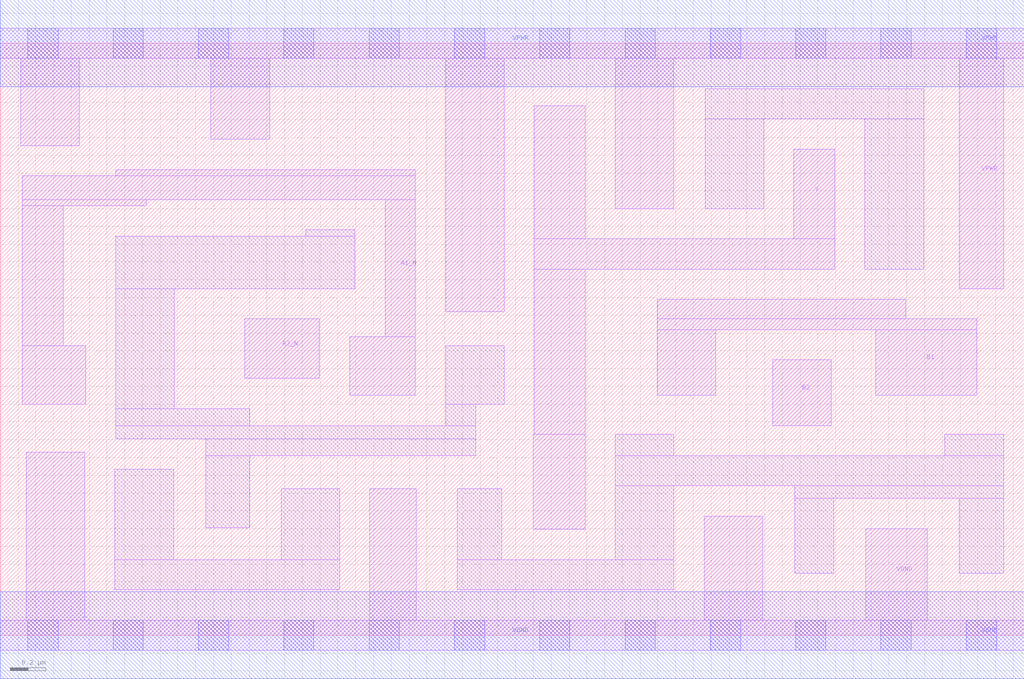
<source format=lef>
# Copyright 2020 The SkyWater PDK Authors
#
# Licensed under the Apache License, Version 2.0 (the "License");
# you may not use this file except in compliance with the License.
# You may obtain a copy of the License at
#
#     https://www.apache.org/licenses/LICENSE-2.0
#
# Unless required by applicable law or agreed to in writing, software
# distributed under the License is distributed on an "AS IS" BASIS,
# WITHOUT WARRANTIES OR CONDITIONS OF ANY KIND, either express or implied.
# See the License for the specific language governing permissions and
# limitations under the License.
#
# SPDX-License-Identifier: Apache-2.0

VERSION 5.7 ;
  NAMESCASESENSITIVE ON ;
  NOWIREEXTENSIONATPIN ON ;
  DIVIDERCHAR "/" ;
  BUSBITCHARS "[]" ;
UNITS
  DATABASE MICRONS 200 ;
END UNITS
MACRO sky130_fd_sc_ls__o2bb2ai_2
  CLASS CORE ;
  SOURCE USER ;
  FOREIGN sky130_fd_sc_ls__o2bb2ai_2 ;
  ORIGIN  0.000000  0.000000 ;
  SIZE  5.760000 BY  3.330000 ;
  SYMMETRY X Y ;
  SITE unit ;
  PIN A1_N
    ANTENNAGATEAREA  0.444000 ;
    DIRECTION INPUT ;
    USE SIGNAL ;
    PORT
      LAYER li1 ;
        RECT 0.125000 1.300000 0.480000 1.630000 ;
        RECT 0.125000 1.630000 0.355000 2.415000 ;
        RECT 0.125000 2.415000 0.820000 2.450000 ;
        RECT 0.125000 2.450000 2.335000 2.585000 ;
        RECT 0.650000 2.585000 2.335000 2.620000 ;
        RECT 1.965000 1.350000 2.335000 1.680000 ;
        RECT 2.165000 1.680000 2.335000 2.450000 ;
    END
  END A1_N
  PIN A2_N
    ANTENNAGATEAREA  0.444000 ;
    DIRECTION INPUT ;
    USE SIGNAL ;
    PORT
      LAYER li1 ;
        RECT 1.375000 1.445000 1.795000 1.780000 ;
    END
  END A2_N
  PIN B1
    ANTENNAGATEAREA  0.558000 ;
    DIRECTION INPUT ;
    USE SIGNAL ;
    PORT
      LAYER li1 ;
        RECT 3.695000 1.350000 4.025000 1.720000 ;
        RECT 3.695000 1.720000 5.495000 1.780000 ;
        RECT 3.695000 1.780000 5.095000 1.890000 ;
        RECT 4.925000 1.350000 5.495000 1.720000 ;
    END
  END B1
  PIN B2
    ANTENNAGATEAREA  0.558000 ;
    DIRECTION INPUT ;
    USE SIGNAL ;
    PORT
      LAYER li1 ;
        RECT 4.345000 1.180000 4.675000 1.550000 ;
    END
  END B2
  PIN Y
    ANTENNADIFFAREA  0.896000 ;
    DIRECTION OUTPUT ;
    USE SIGNAL ;
    PORT
      LAYER li1 ;
        RECT 3.000000 0.595000 3.290000 1.130000 ;
        RECT 3.005000 1.130000 3.290000 2.060000 ;
        RECT 3.005000 2.060000 4.695000 2.230000 ;
        RECT 3.005000 2.230000 3.290000 2.980000 ;
        RECT 4.465000 2.230000 4.695000 2.735000 ;
    END
  END Y
  PIN VGND
    DIRECTION INOUT ;
    SHAPE ABUTMENT ;
    USE GROUND ;
    PORT
      LAYER li1 ;
        RECT 0.000000 -0.085000 5.760000 0.085000 ;
        RECT 0.145000  0.085000 0.475000 1.030000 ;
        RECT 2.080000  0.085000 2.340000 0.825000 ;
        RECT 3.960000  0.085000 4.290000 0.670000 ;
        RECT 4.870000  0.085000 5.215000 0.600000 ;
      LAYER mcon ;
        RECT 0.155000 -0.085000 0.325000 0.085000 ;
        RECT 0.635000 -0.085000 0.805000 0.085000 ;
        RECT 1.115000 -0.085000 1.285000 0.085000 ;
        RECT 1.595000 -0.085000 1.765000 0.085000 ;
        RECT 2.075000 -0.085000 2.245000 0.085000 ;
        RECT 2.555000 -0.085000 2.725000 0.085000 ;
        RECT 3.035000 -0.085000 3.205000 0.085000 ;
        RECT 3.515000 -0.085000 3.685000 0.085000 ;
        RECT 3.995000 -0.085000 4.165000 0.085000 ;
        RECT 4.475000 -0.085000 4.645000 0.085000 ;
        RECT 4.955000 -0.085000 5.125000 0.085000 ;
        RECT 5.435000 -0.085000 5.605000 0.085000 ;
      LAYER met1 ;
        RECT 0.000000 -0.245000 5.760000 0.245000 ;
    END
  END VGND
  PIN VPWR
    DIRECTION INOUT ;
    SHAPE ABUTMENT ;
    USE POWER ;
    PORT
      LAYER li1 ;
        RECT 0.000000 3.245000 5.760000 3.415000 ;
        RECT 0.115000 2.755000 0.445000 3.245000 ;
        RECT 1.185000 2.790000 1.515000 3.245000 ;
        RECT 2.505000 1.820000 2.835000 3.245000 ;
        RECT 3.460000 2.400000 3.790000 3.245000 ;
        RECT 5.395000 1.950000 5.645000 3.245000 ;
      LAYER mcon ;
        RECT 0.155000 3.245000 0.325000 3.415000 ;
        RECT 0.635000 3.245000 0.805000 3.415000 ;
        RECT 1.115000 3.245000 1.285000 3.415000 ;
        RECT 1.595000 3.245000 1.765000 3.415000 ;
        RECT 2.075000 3.245000 2.245000 3.415000 ;
        RECT 2.555000 3.245000 2.725000 3.415000 ;
        RECT 3.035000 3.245000 3.205000 3.415000 ;
        RECT 3.515000 3.245000 3.685000 3.415000 ;
        RECT 3.995000 3.245000 4.165000 3.415000 ;
        RECT 4.475000 3.245000 4.645000 3.415000 ;
        RECT 4.955000 3.245000 5.125000 3.415000 ;
        RECT 5.435000 3.245000 5.605000 3.415000 ;
      LAYER met1 ;
        RECT 0.000000 3.085000 5.760000 3.575000 ;
    END
  END VPWR
  OBS
    LAYER li1 ;
      RECT 0.645000 0.255000 1.910000 0.425000 ;
      RECT 0.645000 0.425000 0.975000 0.935000 ;
      RECT 0.650000 1.105000 2.675000 1.180000 ;
      RECT 0.650000 1.180000 1.405000 1.275000 ;
      RECT 0.650000 1.275000 0.980000 1.950000 ;
      RECT 0.650000 1.950000 1.995000 2.245000 ;
      RECT 1.155000 0.605000 1.405000 1.010000 ;
      RECT 1.155000 1.010000 2.675000 1.105000 ;
      RECT 1.580000 0.425000 1.910000 0.825000 ;
      RECT 1.720000 2.245000 1.995000 2.280000 ;
      RECT 2.505000 1.180000 2.675000 1.300000 ;
      RECT 2.505000 1.300000 2.835000 1.630000 ;
      RECT 2.570000 0.255000 3.790000 0.425000 ;
      RECT 2.570000 0.425000 2.820000 0.825000 ;
      RECT 3.460000 0.425000 3.790000 0.840000 ;
      RECT 3.460000 0.840000 5.645000 1.010000 ;
      RECT 3.460000 1.010000 3.790000 1.130000 ;
      RECT 3.965000 2.400000 4.295000 2.905000 ;
      RECT 3.965000 2.905000 5.195000 3.075000 ;
      RECT 4.470000 0.350000 4.690000 0.770000 ;
      RECT 4.470000 0.770000 5.645000 0.840000 ;
      RECT 4.865000 2.060000 5.195000 2.905000 ;
      RECT 5.315000 1.010000 5.645000 1.130000 ;
      RECT 5.395000 0.350000 5.645000 0.770000 ;
  END
END sky130_fd_sc_ls__o2bb2ai_2

</source>
